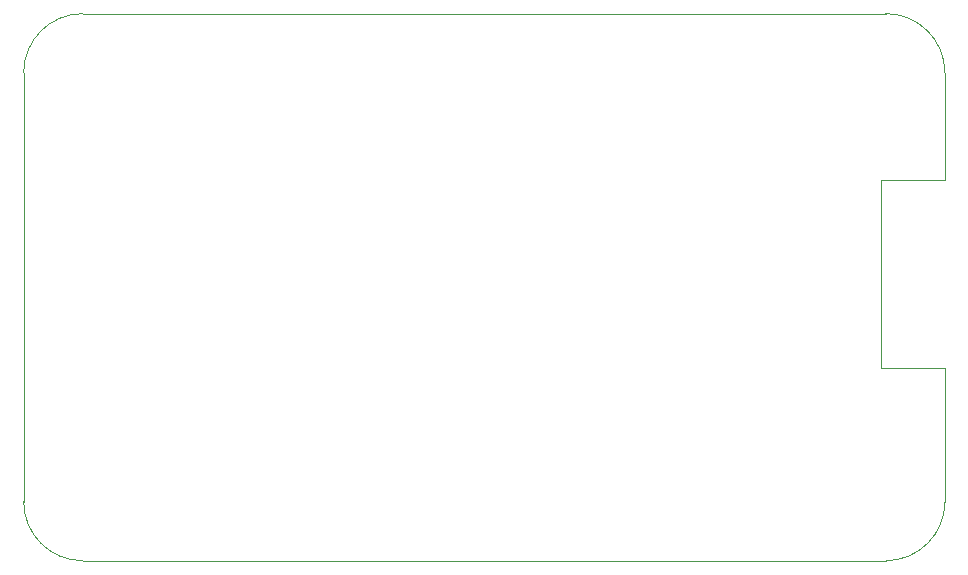
<source format=gbr>
%TF.GenerationSoftware,KiCad,Pcbnew,8.0.6*%
%TF.CreationDate,2025-06-05T21:04:29+02:00*%
%TF.ProjectId,ChrisPCB,43687269-7350-4434-922e-6b696361645f,rev?*%
%TF.SameCoordinates,Original*%
%TF.FileFunction,Profile,NP*%
%FSLAX46Y46*%
G04 Gerber Fmt 4.6, Leading zero omitted, Abs format (unit mm)*
G04 Created by KiCad (PCBNEW 8.0.6) date 2025-06-05 21:04:29*
%MOMM*%
%LPD*%
G01*
G04 APERTURE LIST*
%TA.AperFunction,Profile*%
%ADD10C,0.100000*%
%TD*%
G04 APERTURE END LIST*
D10*
X173000000Y-105000000D02*
X173000000Y-116320000D01*
X100000000Y-75000000D02*
X168000000Y-75000000D01*
X95000000Y-80000000D02*
G75*
G02*
X100000000Y-75000000I5000000J0D01*
G01*
X100000000Y-121320000D02*
G75*
G02*
X95000000Y-116320000I0J5000000D01*
G01*
X168000000Y-75000000D02*
G75*
G02*
X173000000Y-80000000I0J-5000000D01*
G01*
X167600000Y-89100000D02*
X173000000Y-89100000D01*
X173000000Y-80000000D02*
X173000000Y-89100000D01*
X173000000Y-116320000D02*
G75*
G02*
X168000000Y-121320000I-5000000J0D01*
G01*
X168000000Y-121320000D02*
X100000000Y-121320000D01*
X167600000Y-105000000D02*
X167600000Y-89100000D01*
X173000000Y-105000000D02*
X167600000Y-105000000D01*
X95000000Y-116320000D02*
X95000000Y-80000000D01*
M02*

</source>
